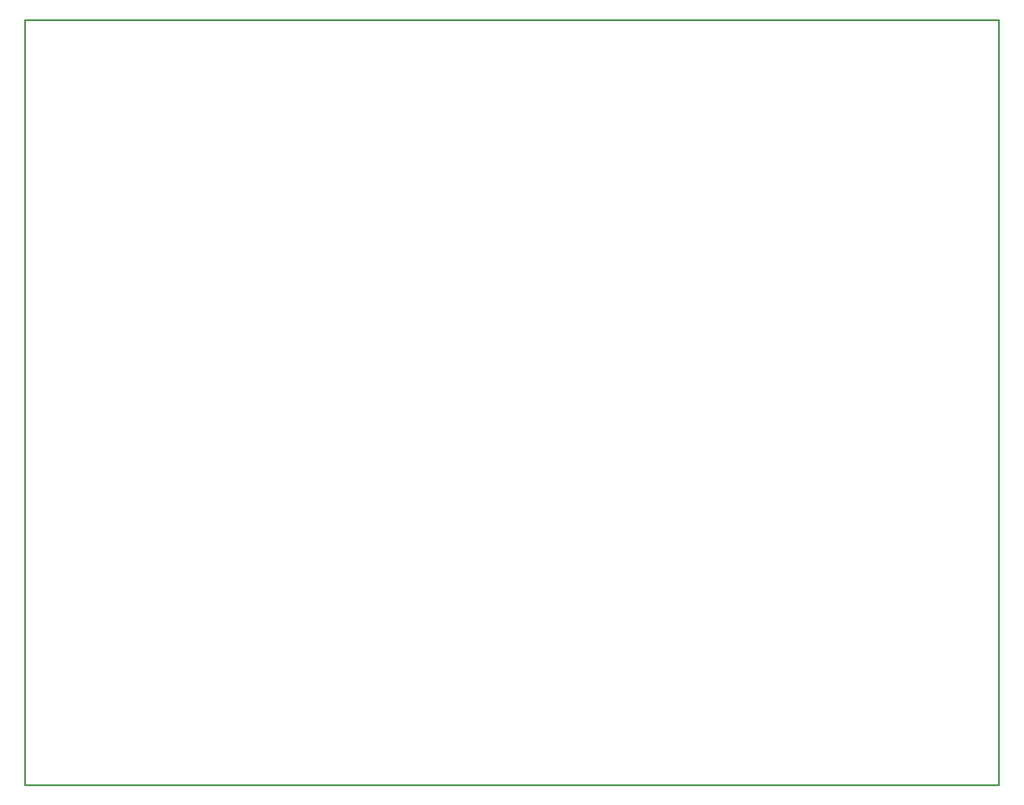
<source format=gko>
%FSLAX44Y44*%
%MOMM*%
G71*
G01*
G75*
G04 Layer_Color=16711935*
G04:AMPARAMS|DCode=10|XSize=3.5mm|YSize=2.05mm|CornerRadius=0.5125mm|HoleSize=0mm|Usage=FLASHONLY|Rotation=0.000|XOffset=0mm|YOffset=0mm|HoleType=Round|Shape=RoundedRectangle|*
%AMROUNDEDRECTD10*
21,1,3.5000,1.0250,0,0,0.0*
21,1,2.4750,2.0500,0,0,0.0*
1,1,1.0250,1.2375,-0.5125*
1,1,1.0250,-1.2375,-0.5125*
1,1,1.0250,-1.2375,0.5125*
1,1,1.0250,1.2375,0.5125*
%
%ADD10ROUNDEDRECTD10*%
G04:AMPARAMS|DCode=11|XSize=4mm|YSize=2.05mm|CornerRadius=0.5125mm|HoleSize=0mm|Usage=FLASHONLY|Rotation=0.000|XOffset=0mm|YOffset=0mm|HoleType=Round|Shape=RoundedRectangle|*
%AMROUNDEDRECTD11*
21,1,4.0000,1.0250,0,0,0.0*
21,1,2.9750,2.0500,0,0,0.0*
1,1,1.0250,1.4875,-0.5125*
1,1,1.0250,-1.4875,-0.5125*
1,1,1.0250,-1.4875,0.5125*
1,1,1.0250,1.4875,0.5125*
%
%ADD11ROUNDEDRECTD11*%
G04:AMPARAMS|DCode=12|XSize=3.5mm|YSize=2.05mm|CornerRadius=0.5125mm|HoleSize=0mm|Usage=FLASHONLY|Rotation=0.000|XOffset=0mm|YOffset=0mm|HoleType=Round|Shape=RoundedRectangle|*
%AMROUNDEDRECTD12*
21,1,3.5000,1.0250,0,0,0.0*
21,1,2.4750,2.0500,0,0,0.0*
1,1,1.0250,1.2375,-0.5125*
1,1,1.0250,-1.2375,-0.5125*
1,1,1.0250,-1.2375,0.5125*
1,1,1.0250,1.2375,0.5125*
%
%ADD12ROUNDEDRECTD12*%
G04:AMPARAMS|DCode=13|XSize=2.8mm|YSize=0.5mm|CornerRadius=0.125mm|HoleSize=0mm|Usage=FLASHONLY|Rotation=0.000|XOffset=0mm|YOffset=0mm|HoleType=Round|Shape=RoundedRectangle|*
%AMROUNDEDRECTD13*
21,1,2.8000,0.2500,0,0,0.0*
21,1,2.5500,0.5000,0,0,0.0*
1,1,0.2500,1.2750,-0.1250*
1,1,0.2500,-1.2750,-0.1250*
1,1,0.2500,-1.2750,0.1250*
1,1,0.2500,1.2750,0.1250*
%
%ADD13ROUNDEDRECTD13*%
%ADD14R,1.0000X0.7000*%
%ADD15R,0.8500X0.7000*%
%ADD16R,2.1000X1.4000*%
%ADD17R,1.1000X1.7000*%
%ADD18O,1.6000X0.5500*%
%ADD19R,1.1000X2.6000*%
%ADD20R,1.1000X0.6000*%
%ADD21O,0.4500X1.8000*%
%ADD22R,1.0000X2.1500*%
%ADD23R,3.2500X2.1500*%
%ADD24R,2.6000X1.2000*%
%ADD25R,1.2000X2.6000*%
%ADD26R,1.7000X1.1000*%
%ADD27R,0.9500X1.7000*%
%ADD28R,1.3000X1.9000*%
%ADD29C,0.4500*%
%ADD30R,2.6000X1.1000*%
%ADD31R,0.3000X1.9000*%
%ADD32C,0.3600*%
%ADD33R,1.0000X2.4000*%
%ADD34R,3.3000X2.4000*%
G04:AMPARAMS|DCode=35|XSize=3.5mm|YSize=2.05mm|CornerRadius=0.5125mm|HoleSize=0mm|Usage=FLASHONLY|Rotation=270.000|XOffset=0mm|YOffset=0mm|HoleType=Round|Shape=RoundedRectangle|*
%AMROUNDEDRECTD35*
21,1,3.5000,1.0250,0,0,270.0*
21,1,2.4750,2.0500,0,0,270.0*
1,1,1.0250,-0.5125,-1.2375*
1,1,1.0250,-0.5125,1.2375*
1,1,1.0250,0.5125,1.2375*
1,1,1.0250,0.5125,-1.2375*
%
%ADD35ROUNDEDRECTD35*%
G04:AMPARAMS|DCode=36|XSize=4mm|YSize=2.05mm|CornerRadius=0.5125mm|HoleSize=0mm|Usage=FLASHONLY|Rotation=270.000|XOffset=0mm|YOffset=0mm|HoleType=Round|Shape=RoundedRectangle|*
%AMROUNDEDRECTD36*
21,1,4.0000,1.0250,0,0,270.0*
21,1,2.9750,2.0500,0,0,270.0*
1,1,1.0250,-0.5125,-1.4875*
1,1,1.0250,-0.5125,1.4875*
1,1,1.0250,0.5125,1.4875*
1,1,1.0250,0.5125,-1.4875*
%
%ADD36ROUNDEDRECTD36*%
G04:AMPARAMS|DCode=37|XSize=3.5mm|YSize=2.05mm|CornerRadius=0.5125mm|HoleSize=0mm|Usage=FLASHONLY|Rotation=270.000|XOffset=0mm|YOffset=0mm|HoleType=Round|Shape=RoundedRectangle|*
%AMROUNDEDRECTD37*
21,1,3.5000,1.0250,0,0,270.0*
21,1,2.4750,2.0500,0,0,270.0*
1,1,1.0250,-0.5125,-1.2375*
1,1,1.0250,-0.5125,1.2375*
1,1,1.0250,0.5125,1.2375*
1,1,1.0250,0.5125,-1.2375*
%
%ADD37ROUNDEDRECTD37*%
G04:AMPARAMS|DCode=38|XSize=2.8mm|YSize=0.5mm|CornerRadius=0.125mm|HoleSize=0mm|Usage=FLASHONLY|Rotation=270.000|XOffset=0mm|YOffset=0mm|HoleType=Round|Shape=RoundedRectangle|*
%AMROUNDEDRECTD38*
21,1,2.8000,0.2500,0,0,270.0*
21,1,2.5500,0.5000,0,0,270.0*
1,1,0.2500,-0.1250,-1.2750*
1,1,0.2500,-0.1250,1.2750*
1,1,0.2500,0.1250,1.2750*
1,1,0.2500,0.1250,-1.2750*
%
%ADD38ROUNDEDRECTD38*%
%ADD39R,1.8000X2.0000*%
%ADD40R,3.0000X2.5000*%
%ADD41C,0.2000*%
%ADD42C,0.1000*%
%ADD43C,0.2540*%
%ADD44C,0.8000*%
%ADD45C,1.0000*%
%ADD46C,0.5000*%
%ADD47C,1.4000*%
%ADD48C,1.5000*%
%ADD49R,1.5000X1.5000*%
%ADD50C,0.9000*%
%ADD51C,4.7600*%
%ADD52R,1.6900X1.6900*%
%ADD53C,1.6900*%
%ADD54R,1.5000X1.5000*%
%ADD55C,1.5240*%
%ADD56C,0.4000*%
%ADD57C,7.0000*%
%ADD58C,1.3000*%
%ADD59C,2.1000*%
%ADD60C,1.0160*%
%ADD61C,1.4080*%
%ADD62C,1.4080*%
%ADD63C,3.7680*%
%ADD64C,1.5980*%
%ADD65C,1.8080*%
%ADD66C,0.7080*%
%ADD67C,5.5080*%
%ADD68C,2.1080*%
%ADD69C,0.4000*%
%ADD70C,0.2500*%
%ADD71C,0.6000*%
%ADD72C,0.2032*%
%ADD73C,0.1500*%
%ADD74C,0.7000*%
G04:AMPARAMS|DCode=75|XSize=3.7032mm|YSize=2.2532mm|CornerRadius=0.6141mm|HoleSize=0mm|Usage=FLASHONLY|Rotation=0.000|XOffset=0mm|YOffset=0mm|HoleType=Round|Shape=RoundedRectangle|*
%AMROUNDEDRECTD75*
21,1,3.7032,1.0250,0,0,0.0*
21,1,2.4750,2.2532,0,0,0.0*
1,1,1.2282,1.2375,-0.5125*
1,1,1.2282,-1.2375,-0.5125*
1,1,1.2282,-1.2375,0.5125*
1,1,1.2282,1.2375,0.5125*
%
%ADD75ROUNDEDRECTD75*%
G04:AMPARAMS|DCode=76|XSize=4.2032mm|YSize=2.2532mm|CornerRadius=0.6141mm|HoleSize=0mm|Usage=FLASHONLY|Rotation=0.000|XOffset=0mm|YOffset=0mm|HoleType=Round|Shape=RoundedRectangle|*
%AMROUNDEDRECTD76*
21,1,4.2032,1.0250,0,0,0.0*
21,1,2.9750,2.2532,0,0,0.0*
1,1,1.2282,1.4875,-0.5125*
1,1,1.2282,-1.4875,-0.5125*
1,1,1.2282,-1.4875,0.5125*
1,1,1.2282,1.4875,0.5125*
%
%ADD76ROUNDEDRECTD76*%
G04:AMPARAMS|DCode=77|XSize=3.7032mm|YSize=2.2532mm|CornerRadius=0.6141mm|HoleSize=0mm|Usage=FLASHONLY|Rotation=0.000|XOffset=0mm|YOffset=0mm|HoleType=Round|Shape=RoundedRectangle|*
%AMROUNDEDRECTD77*
21,1,3.7032,1.0250,0,0,0.0*
21,1,2.4750,2.2532,0,0,0.0*
1,1,1.2282,1.2375,-0.5125*
1,1,1.2282,-1.2375,-0.5125*
1,1,1.2282,-1.2375,0.5125*
1,1,1.2282,1.2375,0.5125*
%
%ADD77ROUNDEDRECTD77*%
G04:AMPARAMS|DCode=78|XSize=3.0032mm|YSize=0.7032mm|CornerRadius=0.2266mm|HoleSize=0mm|Usage=FLASHONLY|Rotation=0.000|XOffset=0mm|YOffset=0mm|HoleType=Round|Shape=RoundedRectangle|*
%AMROUNDEDRECTD78*
21,1,3.0032,0.2500,0,0,0.0*
21,1,2.5500,0.7032,0,0,0.0*
1,1,0.4532,1.2750,-0.1250*
1,1,0.4532,-1.2750,-0.1250*
1,1,0.4532,-1.2750,0.1250*
1,1,0.4532,1.2750,0.1250*
%
%ADD78ROUNDEDRECTD78*%
%ADD79R,1.2032X0.9032*%
%ADD80R,1.0532X0.9032*%
%ADD81R,2.3032X1.6032*%
%ADD82R,1.3032X1.9032*%
%ADD83O,1.8032X0.7532*%
%ADD84R,1.3032X2.8032*%
%ADD85R,1.3032X0.8032*%
%ADD86O,0.6532X2.0032*%
%ADD87R,1.2032X2.3532*%
%ADD88R,3.4532X2.3532*%
%ADD89R,2.8032X1.4032*%
%ADD90R,1.4032X2.8032*%
%ADD91R,1.9032X1.3032*%
%ADD92R,1.1532X1.9032*%
%ADD93R,1.5032X2.1032*%
%ADD94C,0.5700*%
%ADD95R,2.8032X1.3032*%
%ADD96R,0.5032X2.1032*%
%ADD97C,0.4800*%
%ADD98R,1.2032X2.6032*%
%ADD99R,3.5032X2.6032*%
G04:AMPARAMS|DCode=100|XSize=3.7032mm|YSize=2.2532mm|CornerRadius=0.6141mm|HoleSize=0mm|Usage=FLASHONLY|Rotation=270.000|XOffset=0mm|YOffset=0mm|HoleType=Round|Shape=RoundedRectangle|*
%AMROUNDEDRECTD100*
21,1,3.7032,1.0250,0,0,270.0*
21,1,2.4750,2.2532,0,0,270.0*
1,1,1.2282,-0.5125,-1.2375*
1,1,1.2282,-0.5125,1.2375*
1,1,1.2282,0.5125,1.2375*
1,1,1.2282,0.5125,-1.2375*
%
%ADD100ROUNDEDRECTD100*%
G04:AMPARAMS|DCode=101|XSize=4.2032mm|YSize=2.2532mm|CornerRadius=0.6141mm|HoleSize=0mm|Usage=FLASHONLY|Rotation=270.000|XOffset=0mm|YOffset=0mm|HoleType=Round|Shape=RoundedRectangle|*
%AMROUNDEDRECTD101*
21,1,4.2032,1.0250,0,0,270.0*
21,1,2.9750,2.2532,0,0,270.0*
1,1,1.2282,-0.5125,-1.4875*
1,1,1.2282,-0.5125,1.4875*
1,1,1.2282,0.5125,1.4875*
1,1,1.2282,0.5125,-1.4875*
%
%ADD101ROUNDEDRECTD101*%
G04:AMPARAMS|DCode=102|XSize=3.7032mm|YSize=2.2532mm|CornerRadius=0.6141mm|HoleSize=0mm|Usage=FLASHONLY|Rotation=270.000|XOffset=0mm|YOffset=0mm|HoleType=Round|Shape=RoundedRectangle|*
%AMROUNDEDRECTD102*
21,1,3.7032,1.0250,0,0,270.0*
21,1,2.4750,2.2532,0,0,270.0*
1,1,1.2282,-0.5125,-1.2375*
1,1,1.2282,-0.5125,1.2375*
1,1,1.2282,0.5125,1.2375*
1,1,1.2282,0.5125,-1.2375*
%
%ADD102ROUNDEDRECTD102*%
G04:AMPARAMS|DCode=103|XSize=3.0032mm|YSize=0.7032mm|CornerRadius=0.2266mm|HoleSize=0mm|Usage=FLASHONLY|Rotation=270.000|XOffset=0mm|YOffset=0mm|HoleType=Round|Shape=RoundedRectangle|*
%AMROUNDEDRECTD103*
21,1,3.0032,0.2500,0,0,270.0*
21,1,2.5500,0.7032,0,0,270.0*
1,1,0.4532,-0.1250,-1.2750*
1,1,0.4532,-0.1250,1.2750*
1,1,0.4532,0.1250,1.2750*
1,1,0.4532,0.1250,-1.2750*
%
%ADD103ROUNDEDRECTD103*%
%ADD104R,2.0032X2.2032*%
%ADD105R,3.2032X2.7032*%
%ADD106C,1.7032*%
%ADD107R,1.7032X1.7032*%
%ADD108C,1.1032*%
%ADD109C,4.9632*%
%ADD110R,1.8932X1.8932*%
%ADD111C,1.8932*%
%ADD112R,1.7032X1.7032*%
%ADD113C,1.7272*%
%ADD114C,0.6032*%
%ADD115C,7.2032*%
%ADD116C,1.5032*%
%ADD117C,2.3032*%
%ADD118C,0.3000*%
D118*
X521000Y775000D02*
Y2249000D01*
X2395000D01*
Y775000D02*
Y2249000D01*
X521000Y775000D02*
X2395000D01*
M02*

</source>
